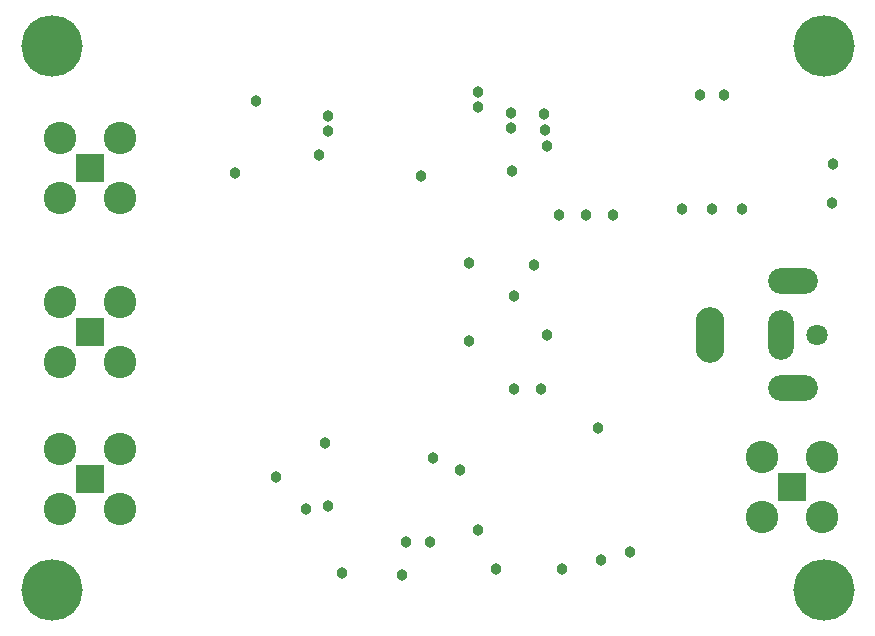
<source format=gbs>
G04*
G04 #@! TF.GenerationSoftware,Altium Limited,Altium Designer,21.9.2 (33)*
G04*
G04 Layer_Color=16711935*
%FSLAX25Y25*%
%MOIN*%
G70*
G04*
G04 #@! TF.SameCoordinates,F86B88AB-77F1-441A-86F4-9EF021290F2A*
G04*
G04*
G04 #@! TF.FilePolarity,Negative*
G04*
G01*
G75*
%ADD40R,0.09658X0.09658*%
%ADD41C,0.10839*%
%ADD42C,0.20485*%
%ADD43O,0.09658X0.18517*%
%ADD44O,0.08674X0.16548*%
%ADD45O,0.16548X0.08674*%
%ADD46C,0.07099*%
%ADD47C,0.03800*%
D40*
X24679Y48996D02*
D03*
X258577Y46102D02*
D03*
X24679Y152525D02*
D03*
Y97888D02*
D03*
D41*
X14679Y58996D02*
D03*
Y38996D02*
D03*
X34679D02*
D03*
Y58996D02*
D03*
X268577Y36102D02*
D03*
Y56102D02*
D03*
X248577D02*
D03*
Y36102D02*
D03*
X14679Y162525D02*
D03*
Y142525D02*
D03*
X34679D02*
D03*
Y162525D02*
D03*
Y107888D02*
D03*
Y87888D02*
D03*
X14679D02*
D03*
Y107888D02*
D03*
D42*
X11811Y193189D02*
D03*
Y11811D02*
D03*
X269189Y193189D02*
D03*
Y11811D02*
D03*
D43*
X231378Y97000D02*
D03*
D44*
X255000D02*
D03*
D45*
X258937Y79283D02*
D03*
Y114716D02*
D03*
D46*
X266811Y97000D02*
D03*
D47*
X175000Y79000D02*
D03*
X166000D02*
D03*
X194000Y66000D02*
D03*
X204606Y24394D02*
D03*
X177000Y97000D02*
D03*
X195000Y22000D02*
D03*
X272075Y141000D02*
D03*
X272439Y154000D02*
D03*
X199000Y137000D02*
D03*
X222000Y139000D02*
D03*
X232000D02*
D03*
X139000Y56000D02*
D03*
X135000Y150000D02*
D03*
X190000Y137000D02*
D03*
X181000D02*
D03*
X242000Y139000D02*
D03*
X182000Y19000D02*
D03*
X148000Y52000D02*
D03*
X236000Y177000D02*
D03*
X228000D02*
D03*
X154000Y32000D02*
D03*
X103000Y61000D02*
D03*
X80000Y175000D02*
D03*
X86495Y49439D02*
D03*
X138000Y28000D02*
D03*
X151000Y95000D02*
D03*
X165307Y151500D02*
D03*
X177000Y160000D02*
D03*
X166000Y110000D02*
D03*
X154000Y173000D02*
D03*
X128654Y17000D02*
D03*
X154000Y178000D02*
D03*
X130000Y28000D02*
D03*
X108683Y17431D02*
D03*
X172496Y120331D02*
D03*
X151000Y121000D02*
D03*
X96778Y38955D02*
D03*
X160000Y19000D02*
D03*
X101000Y157000D02*
D03*
X73000Y151000D02*
D03*
X104000Y170000D02*
D03*
Y165000D02*
D03*
X165000Y166000D02*
D03*
Y171000D02*
D03*
X176109Y170589D02*
D03*
X104000Y40000D02*
D03*
X176130Y165288D02*
D03*
M02*

</source>
